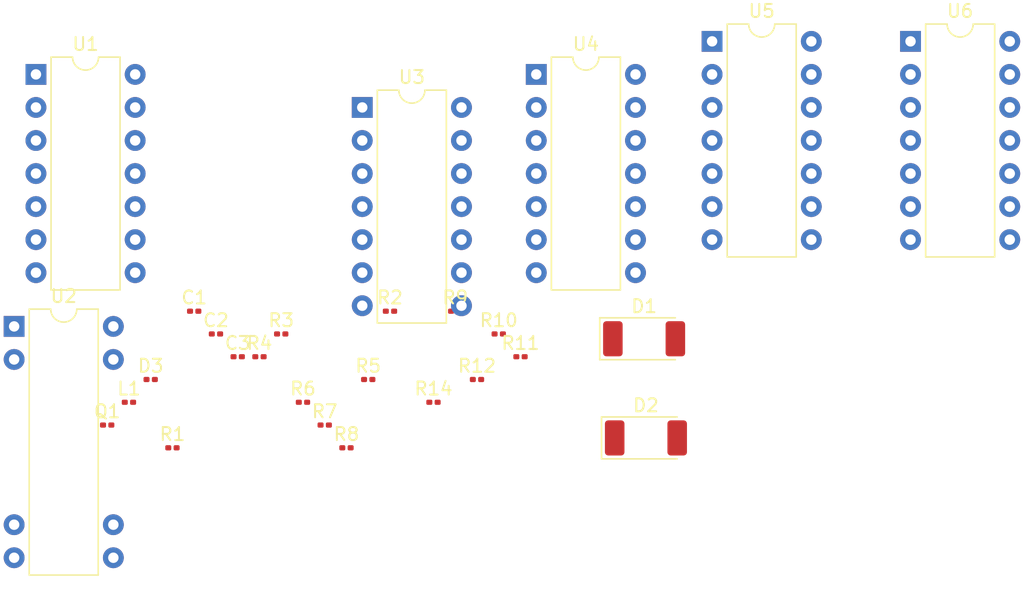
<source format=kicad_pcb>
(kicad_pcb (version 20221018) (generator pcbnew)
  (layers (0 "F.Cu" signal) (31 "B.Cu" signal) (34 "B.Paste" user) (35 "F.Paste" user) (36 "B.SilkS" user "B.Silkscreen") (37 "F.SilkS" user "F.Silkscreen") (38 "B.Mask" user) (39 "F.Mask" user) (44 "Edge.Cuts" user))
  (net 0 "")
  (net 1 "Net-(D3-K)")
  (net 2 "+5V")
  (net 3 "Net-(Q1-G)")
  (net 4 "Net-(U2A--)")
  (net 5 "Net-(R1-Pad2)")
  (net 6 "Net-(R2-Pad1)")
  (net 7 "Net-(U2B--)")
  (net 8 "GND")
  (net 9 "VCC")
  (net 10 "Net-(U5A-+)")
  (net 11 "Net-(D1-A)")
  (net 12 "Net-(D1-K)")
  (net 13 "Net-(D2-A)")
  (net 14 "Net-(D2-K)")
  (net 15 "Net-(U6A-+)")
  (net 16 "Net-(U1A-Q)")
  (net 21 "Net-(U1A-~{R})")
  (net 22 "Net-(U1A-D)")
  (footprint "Package_DIP:DIP-14_W7.62mm" (layer "F.Cu") (at 69.995576 50.8)
    (fp_text reference "U1" (at 3.81 -2.33) (layer "F.SilkS"))
    (fp_text value "74HC74")
    (fp_line (start 1.16 -1.33) (end 1.16 16.57) (stroke (width 0.12)) (layer "F.SilkS"))
    (fp_line (start 1.16 16.57) (end 6.46 16.57) (stroke (width 0.12)) (layer "F.SilkS"))
    (fp_line (start 2.81 -1.33) (end 1.16 -1.33) (stroke (width 0.12)) (layer "F.SilkS"))
    (fp_line (start 6.46 -1.33) (end 4.81 -1.33) (stroke (width 0.12)) (layer "F.SilkS"))
    (fp_line (start 6.46 16.57) (end 6.46 -1.33) (stroke (width 0.12)) (layer "F.SilkS"))
    (fp_arc (start 4.81 -1.33) (mid 3.81 -0.33) (end 2.81 -1.33) (stroke (width 0.12)) (layer "F.SilkS"))
    (pad "1" thru_hole rect (at 0 0) (size 1.6 1.6) (drill 0.8) (layers "*.Cu" "*.Mask") (net 21 "Net-(U1A-~{R})"))
    (pad "2" thru_hole oval (at 0 2.54) (size 1.6 1.6) (drill 0.8) (layers "*.Cu" "*.Mask") (net 22 "Net-(U1A-D)"))
    (pad "3" thru_hole oval (at 0 5.08) (size 1.6 1.6) (drill 0.8) (layers "*.Cu" "*.Mask"))
    (pad "4" thru_hole oval (at 0 7.62) (size 1.6 1.6) (drill 0.8) (layers "*.Cu" "*.Mask") (net 22 "Net-(U1A-D)"))
    (pad "5" thru_hole oval (at 0 10.16) (size 1.6 1.6) (drill 0.8) (layers "*.Cu" "*.Mask") (net 16 "Net-(U1A-Q)"))
    (pad "6" thru_hole oval (at 0 12.7) (size 1.6 1.6) (drill 0.8) (layers "*.Cu" "*.Mask"))
    (pad "7" thru_hole oval (at 0 15.24) (size 1.6 1.6) (drill 0.8) (layers "*.Cu" "*.Mask"))
    (pad "8" thru_hole oval (at 7.62 15.24) (size 1.6 1.6) (drill 0.8) (layers "*.Cu" "*.Mask"))
    (pad "9" thru_hole oval (at 7.62 12.7) (size 1.6 1.6) (drill 0.8) (layers "*.Cu" "*.Mask"))
    (pad "10" thru_hole oval (at 7.62 10.16) (size 1.6 1.6) (drill 0.8) (layers "*.Cu" "*.Mask"))
    (pad "11" thru_hole oval (at 7.62 7.62) (size 1.6 1.6) (drill 0.8) (layers "*.Cu" "*.Mask"))
    (pad "12" thru_hole oval (at 7.62 5.08) (size 1.6 1.6) (drill 0.8) (layers "*.Cu" "*.Mask"))
    (pad "13" thru_hole oval (at 7.62 2.54) (size 1.6 1.6) (drill 0.8) (layers "*.Cu" "*.Mask"))
    (pad "14" thru_hole oval (at 7.62 0) (size 1.6 1.6) (drill 0.8) (layers "*.Cu" "*.Mask"))
  )
  (footprint "Capacitor_SMD:C_0201_0603Metric" (layer "F.Cu") (at 83.819032 70.75)
    (fp_text reference "C2" (at 0 -1.05) (layer "F.SilkS"))
    (fp_text value "470uF")
    (pad "1" smd roundrect (at -0.32 0) (size 0.46 0.4) (layers "F.Cu" "F.Mask") (net 14 "Net-(D2-K)"))
    (pad "2" smd roundrect (at 0.32 0) (size 0.46 0.4) (layers "F.Cu" "F.Mask") (net 8 "GND"))
  )
  (footprint "Resistor_SMD:R_0201_0603Metric" (layer "F.Cu") (at 100.524792 76)
    (fp_text reference "R14" (at 0 -1.05) (layer "F.SilkS"))
    (fp_text value "R")
    (pad "1" smd roundrect (at -0.32 0) (size 0.46 0.4) (layers "F.Cu" "F.Mask") (net 16 "Net-(U1A-Q)"))
    (pad "2" smd roundrect (at 0.32 0) (size 0.46 0.4) (layers "F.Cu" "F.Mask") (net 3 "Net-(Q1-G)"))
  )
  (footprint "Package_DIP:DIP-14_W7.62mm" (layer "F.Cu") (at 95.054216 53.34)
    (fp_text reference "U3" (at 3.81 -2.33) (layer "F.SilkS"))
    (fp_text value "74HC00")
    (fp_line (start 1.16 -1.33) (end 1.16 16.57) (stroke (width 0.12)) (layer "F.SilkS"))
    (fp_line (start 1.16 16.57) (end 6.46 16.57) (stroke (width 0.12)) (layer "F.SilkS"))
    (fp_line (start 2.81 -1.33) (end 1.16 -1.33) (stroke (width 0.12)) (layer "F.SilkS"))
    (fp_line (start 6.46 -1.33) (end 4.81 -1.33) (stroke (width 0.12)) (layer "F.SilkS"))
    (fp_line (start 6.46 16.57) (end 6.46 -1.33) (stroke (width 0.12)) (layer "F.SilkS"))
    (fp_arc (start 4.81 -1.33) (mid 3.81 -0.33) (end 2.81 -1.33) (stroke (width 0.12)) (layer "F.SilkS"))
    (pad "1" thru_hole rect (at 0 0) (size 1.6 1.6) (drill 0.8) (layers "*.Cu" "*.Mask") (net 5 "Net-(R1-Pad2)"))
    (pad "2" thru_hole oval (at 0 2.54) (size 1.6 1.6) (drill 0.8) (layers "*.Cu" "*.Mask") (net 6 "Net-(R2-Pad1)"))
    (pad "3" thru_hole oval (at 0 5.08) (size 1.6 1.6) (drill 0.8) (layers "*.Cu" "*.Mask") (net 13 "Net-(D2-A)"))
    (pad "4" thru_hole oval (at 0 7.62) (size 1.6 1.6) (drill 0.8) (layers "*.Cu" "*.Mask"))
    (pad "5" thru_hole oval (at 0 10.16) (size 1.6 1.6) (drill 0.8) (layers "*.Cu" "*.Mask"))
    (pad "6" thru_hole oval (at 0 12.7) (size 1.6 1.6) (drill 0.8) (layers "*.Cu" "*.Mask"))
    (pad "7" thru_hole oval (at 0 15.24) (size 1.6 1.6) (drill 0.8) (layers "*.Cu" "*.Mask"))
    (pad "8" thru_hole oval (at 7.62 15.24) (size 1.6 1.6) (drill 0.8) (layers "*.Cu" "*.Mask"))
    (pad "9" thru_hole oval (at 7.62 12.7) (size 1.6 1.6) (drill 0.8) (layers "*.Cu" "*.Mask"))
    (pad "10" thru_hole oval (at 7.62 10.16) (size 1.6 1.6) (drill 0.8) (layers "*.Cu" "*.Mask"))
    (pad "11" thru_hole oval (at 7.62 7.62) (size 1.6 1.6) (drill 0.8) (layers "*.Cu" "*.Mask"))
    (pad "12" thru_hole oval (at 7.62 5.08) (size 1.6 1.6) (drill 0.8) (layers "*.Cu" "*.Mask"))
    (pad "13" thru_hole oval (at 7.62 2.54) (size 1.6 1.6) (drill 0.8) (layers "*.Cu" "*.Mask"))
    (pad "14" thru_hole oval (at 7.62 0) (size 1.6 1.6) (drill 0.8) (layers "*.Cu" "*.Mask"))
  )
  (footprint "Resistor_SMD:R_0201_0603Metric" (layer "F.Cu") (at 103.865944 74.25)
    (fp_text reference "R12" (at 0 -1.05) (layer "F.SilkS"))
    (fp_text value "1k")
    (pad "1" smd roundrect (at -0.32 0) (size 0.46 0.4) (layers "F.Cu" "F.Mask") (net 15 "Net-(U6A-+)"))
    (pad "2" smd roundrect (at 0.32 0) (size 0.46 0.4) (layers "F.Cu" "F.Mask") (net 8 "GND"))
  )
  (footprint "Package_DIP:DIP-14_W7.62mm" (layer "F.Cu") (at 108.418824 50.8)
    (fp_text reference "U4" (at 3.81 -2.33) (layer "F.SilkS"))
    (fp_text value "74HC04")
    (fp_line (start 1.16 -1.33) (end 1.16 16.57) (stroke (width 0.12)) (layer "F.SilkS"))
    (fp_line (start 1.16 16.57) (end 6.46 16.57) (stroke (width 0.12)) (layer "F.SilkS"))
    (fp_line (start 2.81 -1.33) (end 1.16 -1.33) (stroke (width 0.12)) (layer "F.SilkS"))
    (fp_line (start 6.46 -1.33) (end 4.81 -1.33) (stroke (width 0.12)) (layer "F.SilkS"))
    (fp_line (start 6.46 16.57) (end 6.46 -1.33) (stroke (width 0.12)) (layer "F.SilkS"))
    (fp_arc (start 4.81 -1.33) (mid 3.81 -0.33) (end 2.81 -1.33) (stroke (width 0.12)) (layer "F.SilkS"))
    (pad "1" thru_hole rect (at 0 0) (size 1.6 1.6) (drill 0.8) (layers "*.Cu" "*.Mask") (net 13 "Net-(D2-A)"))
    (pad "2" thru_hole oval (at 0 2.54) (size 1.6 1.6) (drill 0.8) (layers "*.Cu" "*.Mask") (net 11 "Net-(D1-A)"))
    (pad "3" thru_hole oval (at 0 5.08) (size 1.6 1.6) (drill 0.8) (layers "*.Cu" "*.Mask"))
    (pad "4" thru_hole oval (at 0 7.62) (size 1.6 1.6) (drill 0.8) (layers "*.Cu" "*.Mask"))
    (pad "5" thru_hole oval (at 0 10.16) (size 1.6 1.6) (drill 0.8) (layers "*.Cu" "*.Mask"))
    (pad "6" thru_hole oval (at 0 12.7) (size 1.6 1.6) (drill 0.8) (layers "*.Cu" "*.Mask"))
    (pad "7" thru_hole oval (at 0 15.24) (size 1.6 1.6) (drill 0.8) (layers "*.Cu" "*.Mask"))
    (pad "8" thru_hole oval (at 7.62 15.24) (size 1.6 1.6) (drill 0.8) (layers "*.Cu" "*.Mask"))
    (pad "9" thru_hole oval (at 7.62 12.7) (size 1.6 1.6) (drill 0.8) (layers "*.Cu" "*.Mask"))
    (pad "10" thru_hole oval (at 7.62 10.16) (size 1.6 1.6) (drill 0.8) (layers "*.Cu" "*.Mask"))
    (pad "11" thru_hole oval (at 7.62 7.62) (size 1.6 1.6) (drill 0.8) (layers "*.Cu" "*.Mask"))
    (pad "12" thru_hole oval (at 7.62 5.08) (size 1.6 1.6) (drill 0.8) (layers "*.Cu" "*.Mask"))
    (pad "13" thru_hole oval (at 7.62 2.54) (size 1.6 1.6) (drill 0.8) (layers "*.Cu" "*.Mask"))
    (pad "14" thru_hole oval (at 7.62 0) (size 1.6 1.6) (drill 0.8) (layers "*.Cu" "*.Mask"))
  )
  (footprint "Resistor_SMD:R_0201_0603Metric" (layer "F.Cu") (at 88.83076 70.75)
    (fp_text reference "R3" (at 0 -1.05) (layer "F.SilkS"))
    (fp_text value "10k")
    (pad "1" smd roundrect (at -0.32 0) (size 0.46 0.4) (layers "F.Cu" "F.Mask") (net 4 "Net-(U2A--)"))
    (pad "2" smd roundrect (at 0.32 0) (size 0.46 0.4) (layers "F.Cu" "F.Mask") (net 8 "GND"))
  )
  (footprint "Package_DIP:DIP-8-16_W7.62mm" (layer "F.Cu") (at 68.32 70.17)
    (fp_text reference "U2" (at 3.81 -2.33) (layer "F.SilkS"))
    (fp_text value "LM393")
    (fp_line (start 1.16 -1.33) (end 1.16 19.11) (stroke (width 0.12)) (layer "F.SilkS"))
    (fp_line (start 1.16 19.11) (end 6.46 19.11) (stroke (width 0.12)) (layer "F.SilkS"))
    (fp_line (start 2.81 -1.33) (end 1.16 -1.33) (stroke (width 0.12)) (layer "F.SilkS"))
    (fp_line (start 6.46 -1.33) (end 4.81 -1.33) (stroke (width 0.12)) (layer "F.SilkS"))
    (fp_line (start 6.46 19.11) (end 6.46 -1.33) (stroke (width 0.12)) (layer "F.SilkS"))
    (fp_arc (start 4.81 -1.33) (mid 3.81 -0.33) (end 2.81 -1.33) (stroke (width 0.12)) (layer "F.SilkS"))
    (pad "1" thru_hole rect (at 0 0) (size 1.6 1.6) (drill 0.8) (layers "*.Cu" "*.Mask") (net 5 "Net-(R1-Pad2)"))
    (pad "2" thru_hole circle (at 0 2.54) (size 1.6 1.6) (drill 0.8) (layers "*.Cu" "*.Mask") (net 4 "Net-(U2A--)"))
    (pad "3" thru_hole circle (at 0 15.24) (size 1.6 1.6) (drill 0.8) (layers "*.Cu" "*.Mask"))
    (pad "4" thru_hole circle (at 0 17.78) (size 1.6 1.6) (drill 0.8) (layers "*.Cu" "*.Mask"))
    (pad "5" thru_hole circle (at 7.62 17.78) (size 1.6 1.6) (drill 0.8) (layers "*.Cu" "*.Mask"))
    (pad "6" thru_hole circle (at 7.62 15.24) (size 1.6 1.6) (drill 0.8) (layers "*.Cu" "*.Mask") (net 7 "Net-(U2B--)"))
    (pad "7" thru_hole circle (at 7.62 2.54) (size 1.6 1.6) (drill 0.8) (layers "*.Cu" "*.Mask") (net 6 "Net-(R2-Pad1)"))
    (pad "8" thru_hole circle (at 7.62 0) (size 1.6 1.6) (drill 0.8) (layers "*.Cu" "*.Mask"))
  )
  (footprint "Package_DIP:DIP-14_W7.62mm" (layer "F.Cu") (at 137.16 48.26)
    (fp_text reference "U6" (at 3.81 -2.33) (layer "F.SilkS"))
    (fp_text value "LM324")
    (fp_line (start 1.16 -1.33) (end 1.16 16.57) (stroke (width 0.12)) (layer "F.SilkS"))
    (fp_line (start 1.16 16.57) (end 6.46 16.57) (stroke (width 0.12)) (layer "F.SilkS"))
    (fp_line (start 2.81 -1.33) (end 1.16 -1.33) (stroke (width 0.12)) (layer "F.SilkS"))
    (fp_line (start 6.46 -1.33) (end 4.81 -1.33) (stroke (width 0.12)) (layer "F.SilkS"))
    (fp_line (start 6.46 16.57) (end 6.46 -1.33) (stroke (width 0.12)) (layer "F.SilkS"))
    (fp_arc (start 4.81 -1.33) (mid 3.81 -0.33) (end 2.81 -1.33) (stroke (width 0.12)) (layer "F.SilkS"))
    (pad "1" thru_hole rect (at 0 0) (size 1.6 1.6) (drill 0.8) (layers "*.Cu" "*.Mask") (net 22 "Net-(U1A-D)"))
    (pad "2" thru_hole oval (at 0 2.54) (size 1.6 1.6) (drill 0.8) (layers "*.Cu" "*.Mask") (net 12 "Net-(D1-K)"))
    (pad "3" thru_hole oval (at 0 5.08) (size 1.6 1.6) (drill 0.8) (layers "*.Cu" "*.Mask") (net 15 "Net-(U6A-+)"))
    (pad "4" thru_hole oval (at 0 7.62) (size 1.6 1.6) (drill 0.8) (layers "*.Cu" "*.Mask"))
    (pad "5" thru_hole oval (at 0 10.16) (size 1.6 1.6) (drill 0.8) (layers "*.Cu" "*.Mask"))
    (pad "6" thru_hole oval (at 0 12.7) (size 1.6 1.6) (drill 0.8) (layers "*.Cu" "*.Mask"))
    (pad "7" thru_hole oval (at 0 15.24) (size 1.6 1.6) (drill 0.8) (layers "*.Cu" "*.Mask"))
    (pad "8" thru_hole oval (at 7.62 15.24) (size 1.6 1.6) (drill 0.8) (layers "*.Cu" "*.Mask"))
    (pad "9" thru_hole oval (at 7.62 12.7) (size 1.6 1.6) (drill 0.8) (layers "*.Cu" "*.Mask"))
    (pad "10" thru_hole oval (at 7.62 10.16) (size 1.6 1.6) (drill 0.8) (layers "*.Cu" "*.Mask"))
    (pad "11" thru_hole oval (at 7.62 7.62) (size 1.6 1.6) (drill 0.8) (layers "*.Cu" "*.Mask"))
    (pad "12" thru_hole oval (at 7.62 5.08) (size 1.6 1.6) (drill 0.8) (layers "*.Cu" "*.Mask"))
    (pad "13" thru_hole oval (at 7.62 2.54) (size 1.6 1.6) (drill 0.8) (layers "*.Cu" "*.Mask"))
    (pad "14" thru_hole oval (at 7.62 0) (size 1.6 1.6) (drill 0.8) (layers "*.Cu" "*.Mask"))
  )
  (footprint "Resistor_SMD:R_0201_0603Metric" (layer "F.Cu") (at 105.53652 70.75)
    (fp_text reference "R10" (at 0 -1.05) (layer "F.SilkS"))
    (fp_text value "20k")
    (pad "1" smd roundrect (at -0.32 0) (size 0.46 0.4) (layers "F.Cu" "F.Mask") (net 13 "Net-(D2-A)"))
    (pad "2" smd roundrect (at 0.32 0) (size 0.46 0.4) (layers "F.Cu" "F.Mask") (net 14 "Net-(D2-K)"))
  )
  (footprint "Resistor_SMD:R_0201_0603Metric" (layer "F.Cu") (at 75.466152 77.75)
    (fp_text reference "Q1" (at 0 -1.05) (layer "F.SilkS"))
    (fp_text value "IRLZ34N")
    (pad "1" smd roundrect (at -0.32 0) (size 0.46 0.4) (layers "F.Cu" "F.Mask") (net 3 "Net-(Q1-G)"))
    (pad "2" smd roundrect (at 0.32 0) (size 0.46 0.4) (layers "F.Cu" "F.Mask") (net 1 "Net-(D3-K)"))
  )
  (footprint "Diode_SMD:D_MELF" (layer "F.Cu") (at 116.84 78.74)
    (fp_text reference "D2" (at 0 -2.5) (layer "F.SilkS"))
    (fp_text value "DIODE")
    (fp_line (start -3.41 -1.61) (end -3.41 1.61) (stroke (width 0.12)) (layer "F.SilkS"))
    (fp_line (start -3.41 1.61) (end 2.4 1.61) (stroke (width 0.12)) (layer "F.SilkS"))
    (fp_line (start 2.4 -1.61) (end -3.41 -1.61) (stroke (width 0.12)) (layer "F.SilkS"))
    (pad "1" smd roundrect (at -2.4 0) (size 1.5 2.7) (layers "F.Cu" "F.Paste" "F.Mask") (roundrect_rratio 0.1666666667) (net 14 "Net-(D2-K)"))
    (pad "2" smd roundrect (at 2.4 0) (size 1.5 2.7) (layers "F.Cu" "F.Paste" "F.Mask") (roundrect_rratio 0.1666666667) (net 13 "Net-(D2-A)"))
  )
  (footprint "Capacitor_SMD:C_0201_0603Metric" (layer "F.Cu") (at 82.148456 69)
    (fp_text reference "C1" (at 0 -1.05) (layer "F.SilkS"))
    (fp_text value "47uF")
    (pad "1" smd roundrect (at -0.32 0) (size 0.46 0.4) (layers "F.Cu" "F.Mask") (net 12 "Net-(D1-K)"))
    (pad "2" smd roundrect (at 0.32 0) (size 0.46 0.4) (layers "F.Cu" "F.Mask") (net 8 "GND"))
  )
  (footprint "Resistor_SMD:R_0201_0603Metric" (layer "F.Cu") (at 95.513064 74.25)
    (fp_text reference "R5" (at 0 -1.05) (layer "F.SilkS"))
    (fp_text value "10k")
    (pad "1" smd roundrect (at -0.32 0) (size 0.46 0.4) (layers "F.Cu" "F.Mask") (net 9 "VCC"))
    (pad "2" smd roundrect (at 0.32 0) (size 0.46 0.4) (layers "F.Cu" "F.Mask") (net 5 "Net-(R1-Pad2)"))
  )
  (footprint "Resistor_SMD:R_0201_0603Metric" (layer "F.Cu") (at 80.47788 79.5)
    (fp_text reference "R1" (at 0 -1.05) (layer "F.SilkS"))
    (fp_text value "10k")
    (pad "1" smd roundrect (at -0.32 0) (size 0.46 0.4) (layers "F.Cu" "F.Mask") (net 4 "Net-(U2A--)"))
    (pad "2" smd roundrect (at 0.32 0) (size 0.46 0.4) (layers "F.Cu" "F.Mask") (net 5 "Net-(R1-Pad2)"))
  )
  (footprint "Capacitor_SMD:C_0201_0603Metric" (layer "F.Cu") (at 85.489608 72.5)
    (fp_text reference "C3" (at 0 -1.05) (layer "F.SilkS"))
    (fp_text value "47uF")
    (pad "1" smd roundrect (at -0.32 0) (size 0.46 0.4) (layers "F.Cu" "F.Mask") (net 12 "Net-(D1-K)"))
    (pad "2" smd roundrect (at 0.32 0) (size 0.46 0.4) (layers "F.Cu" "F.Mask") (net 8 "GND"))
  )
  (footprint "Diode_SMD:D_MELF" (layer "F.Cu") (at 116.7 71.12)
    (fp_text reference "D1" (at 0 -2.5) (layer "F.SilkS"))
    (fp_text value "DIODE")
    (fp_line (start -3.41 -1.61) (end -3.41 1.61) (stroke (width 0.12)) (layer "F.SilkS"))
    (fp_line (start -3.41 1.61) (end 2.4 1.61) (stroke (width 0.12)) (layer "F.SilkS"))
    (fp_line (start 2.4 -1.61) (end -3.41 -1.61) (stroke (width 0.12)) (layer "F.SilkS"))
    (pad "1" smd roundrect (at -2.4 0) (size 1.5 2.7) (layers "F.Cu" "F.Paste" "F.Mask") (roundrect_rratio 0.1666666667) (net 12 "Net-(D1-K)"))
    (pad "2" smd roundrect (at 2.4 0) (size 1.5 2.7) (layers "F.Cu" "F.Paste" "F.Mask") (roundrect_rratio 0.1666666667) (net 11 "Net-(D1-A)"))
  )
  (footprint "Resistor_SMD:R_0201_0603Metric" (layer "F.Cu") (at 107.207096 72.5)
    (fp_text reference "R11" (at 0 -1.05) (layer "F.SilkS"))
    (fp_text value "1k")
    (pad "1" smd roundrect (at -0.32 0) (size 0.46 0.4) (layers "F.Cu" "F.Mask") (net 2 "+5V"))
    (pad "2" smd roundrect (at 0.32 0) (size 0.46 0.4) (layers "F.Cu" "F.Mask") (net 15 "Net-(U6A-+)"))
  )
  (footprint "Resistor_SMD:R_0201_0603Metric" (layer "F.Cu") (at 102.195368 69)
    (fp_text reference "R9" (at 0 -1.05) (layer "F.SilkS"))
    (fp_text value "10k")
    (pad "1" smd roundrect (at -0.32 0) (size 0.46 0.4) (layers "F.Cu" "F.Mask") (net 11 "Net-(D1-A)"))
    (pad "2" smd roundrect (at 0.32 0) (size 0.46 0.4) (layers "F.Cu" "F.Mask") (net 12 "Net-(D1-K)"))
  )
  (footprint "Resistor_SMD:R_0201_0603Metric" (layer "F.Cu") (at 77.136728 76)
    (fp_text reference "L1" (at 0 -1.05) (layer "F.SilkS"))
    (fp_text value "L")
    (pad "1" smd roundrect (at -0.32 0) (size 0.46 0.4) (layers "F.Cu" "F.Mask") (net 2 "+5V"))
    (pad "2" smd roundrect (at 0.32 0) (size 0.46 0.4) (layers "F.Cu" "F.Mask") (net 1 "Net-(D3-K)"))
  )
  (footprint "Resistor_SMD:R_0201_0603Metric" (layer "F.Cu") (at 90.501336 76)
    (fp_text reference "R6" (at 0 -1.05) (layer "F.SilkS"))
    (fp_text value "10k")
    (pad "1" smd roundrect (at -0.32 0) (size 0.46 0.4) (layers "F.Cu" "F.Mask") (net 9 "VCC"))
    (pad "2" smd roundrect (at 0.32 0) (size 0.46 0.4) (layers "F.Cu" "F.Mask") (net 6 "Net-(R2-Pad1)"))
  )
  (footprint "Resistor_SMD:R_0201_0603Metric" (layer "F.Cu") (at 78.807304 74.25)
    (fp_text reference "D3" (at 0 -1.05) (layer "F.SilkS"))
    (fp_text value "DIODE")
    (pad "1" smd roundrect (at -0.32 0) (size 0.46 0.4) (layers "F.Cu" "F.Mask") (net 1 "Net-(D3-K)"))
    (pad "2" smd roundrect (at 0.32 0) (size 0.46 0.4) (layers "F.Cu" "F.Mask") (net 2 "+5V"))
  )
  (footprint "Package_DIP:DIP-14_W7.62mm" (layer "F.Cu") (at 121.92 48.26)
    (fp_text reference "U5" (at 3.81 -2.33) (layer "F.SilkS"))
    (fp_text value "LM324")
    (fp_line (start 1.16 -1.33) (end 1.16 16.57) (stroke (width 0.12)) (layer "F.SilkS"))
    (fp_line (start 1.16 16.57) (end 6.46 16.57) (stroke (width 0.12)) (layer "F.SilkS"))
    (fp_line (start 2.81 -1.33) (end 1.16 -1.33) (stroke (width 0.12)) (layer "F.SilkS"))
    (fp_line (start 6.46 -1.33) (end 4.81 -1.33) (stroke (width 0.12)) (layer "F.SilkS"))
    (fp_line (start 6.46 16.57) (end 6.46 -1.33) (stroke (width 0.12)) (layer "F.SilkS"))
    (fp_arc (start 4.81 -1.33) (mid 3.81 -0.33) (end 2.81 -1.33) (stroke (width 0.12)) (layer "F.SilkS"))
    (pad "1" thru_hole rect (at 0 0) (size 1.6 1.6) (drill 0.8) (layers "*.Cu" "*.Mask") (net 21 "Net-(U1A-~{R})"))
    (pad "2" thru_hole oval (at 0 2.54) (size 1.6 1.6) (drill 0.8) (layers "*.Cu" "*.Mask") (net 14 "Net-(D2-K)"))
    (pad "3" thru_hole oval (at 0 5.08) (size 1.6 1.6) (drill 0.8) (layers "*.Cu" "*.Mask") (net 10 "Net-(U5A-+)"))
    (pad "4" thru_hole oval (at 0 7.62) (size 1.6 1.6) (drill 0.8) (layers "*.Cu" "*.Mask"))
    (pad "5" thru_hole oval (at 0 10.16) (size 1.6 1.6) (drill 0.8) (layers "*.Cu" "*.Mask"))
    (pad "6" thru_hole oval (at 0 12.7) (size 1.6 1.6) (drill 0.8) (layers "*.Cu" "*.Mask"))
    (pad "7" thru_hole oval (at 0 15.24) (size 1.6 1.6) (drill 0.8) (layers "*.Cu" "*.Mask"))
    (pad "8" thru_hole oval (at 7.62 15.24) (size 1.6 1.6) (drill 0.8) (layers "*.Cu" "*.Mask"))
    (pad "9" thru_hole oval (at 7.62 12.7) (size 1.6 1.6) (drill 0.8) (layers "*.Cu" "*.Mask"))
    (pad "10" thru_hole oval (at 7.62 10.16) (size 1.6 1.6) (drill 0.8) (layers "*.Cu" "*.Mask"))
    (pad "11" thru_hole oval (at 7.62 7.62) (size 1.6 1.6) (drill 0.8) (layers "*.Cu" "*.Mask"))
    (pad "12" thru_hole oval (at 7.62 5.08) (size 1.6 1.6) (drill 0.8) (layers "*.Cu" "*.Mask"))
    (pad "13" thru_hole oval (at 7.62 2.54) (size 1.6 1.6) (drill 0.8) (layers "*.Cu" "*.Mask"))
    (pad "14" thru_hole oval (at 7.62 0) (size 1.6 1.6) (drill 0.8) (layers "*.Cu" "*.Mask"))
  )
  (footprint "Resistor_SMD:R_0201_0603Metric" (layer "F.Cu") (at 93.842488 79.5)
    (fp_text reference "R8" (at 0 -1.05) (layer "F.SilkS"))
    (fp_text value "1k")
    (pad "1" smd roundrect (at -0.32 0) (size 0.46 0.4) (layers "F.Cu" "F.Mask") (net 10 "Net-(U5A-+)"))
    (pad "2" smd roundrect (at 0.32 0) (size 0.46 0.4) (layers "F.Cu" "F.Mask") (net 8 "GND"))
  )
  (footprint "Resistor_SMD:R_0201_0603Metric" (layer "F.Cu") (at 87.160184 72.5)
    (fp_text reference "R4" (at 0 -1.05) (layer "F.SilkS"))
    (fp_text value "10k")
    (pad "1" smd roundrect (at -0.32 0) (size 0.46 0.4) (layers "F.Cu" "F.Mask") (net 7 "Net-(U2B--)"))
    (pad "2" smd roundrect (at 0.32 0) (size 0.46 0.4) (layers "F.Cu" "F.Mask") (net 8 "GND"))
  )
  (footprint "Resistor_SMD:R_0201_0603Metric" (layer "F.Cu") (at 97.18364 69)
    (fp_text reference "R2" (at 0 -1.05) (layer "F.SilkS"))
    (fp_text value "10k")
    (pad "1" smd roundrect (at -0.32 0) (size 0.46 0.4) (layers "F.Cu" "F.Mask") (net 6 "Net-(R2-Pad1)"))
    (pad "2" smd roundrect (at 0.32 0) (size 0.46 0.4) (layers "F.Cu" "F.Mask") (net 7 "Net-(U2B--)"))
  )
  (footprint "Resistor_SMD:R_0201_0603Metric" (layer "F.Cu") (at 92.171912 77.75)
    (fp_text reference "R7" (at 0 -1.05) (layer "F.SilkS"))
    (fp_text value "1k")
    (pad "1" smd roundrect (at -0.32 0) (size 0.46 0.4) (layers "F.Cu" "F.Mask") (net 2 "+5V"))
    (pad "2" smd roundrect (at 0.32 0) (size 0.46 0.4) (layers "F.Cu" "F.Mask") (net 10 "Net-(U5A-+)"))
  )
)
</source>
